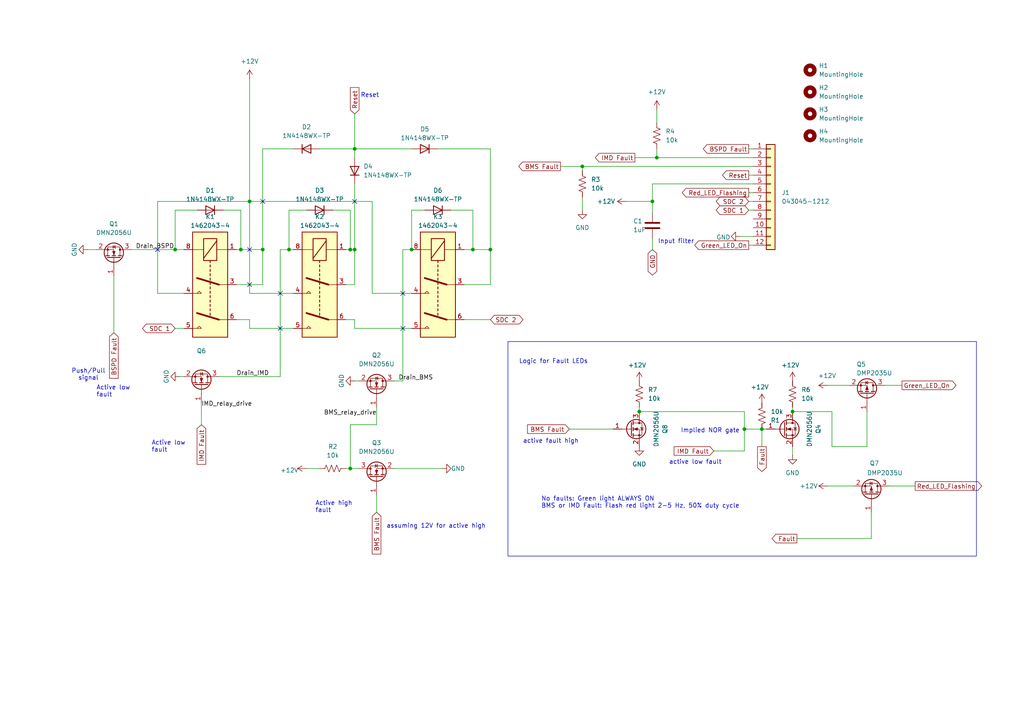
<source format=kicad_sch>
(kicad_sch (version 20231120) (generator "eeschema") (generator_version "8.0")
  (paper "A4")
  (lib_symbols
    (symbol "+12V_2" (power) (pin_names (offset 0))
      (property "Value" "+12V_2" (at 0 3.556 0))
      (symbol "+12V_2_0_1"
        (polyline (pts (xy -0.762 1.27) (xy 0 2.54)))
        (polyline (pts (xy 0 0) (xy 0 2.54)))
        (polyline (pts (xy 0 2.54) (xy 0.762 1.27)))
      )
      (symbol "+12V_2_1_1"
        (pin power_in line (at 0 0 90) (length 0) hide (name "+12V") (number "1"))
      )
    )
    (symbol "+12V_3" (power) (pin_names (offset 0))
      (property "Value" "+12V_3" (at 0 3.556 0))
      (symbol "+12V_3_0_1"
        (polyline (pts (xy -0.762 1.27) (xy 0 2.54)))
        (polyline (pts (xy 0 0) (xy 0 2.54)))
        (polyline (pts (xy 0 2.54) (xy 0.762 1.27)))
      )
      (symbol "+12V_3_1_1"
        (pin power_in line (at 0 0 90) (length 0) hide (name "+12V") (number "1"))
      )
    )
    (symbol "+12V_4" (power) (pin_names (offset 0))
      (property "Value" "+12V_4" (at 0 3.556 0))
      (symbol "+12V_4_0_1"
        (polyline (pts (xy -0.762 1.27) (xy 0 2.54)))
        (polyline (pts (xy 0 0) (xy 0 2.54)))
        (polyline (pts (xy 0 2.54) (xy 0.762 1.27)))
      )
      (symbol "+12V_4_1_1"
        (pin power_in line (at 0 0 90) (length 0) hide (name "+12V") (number "1"))
      )
    )
    (symbol "Connector_Generic:Conn_01x12" (pin_names (offset 1.016) hide)
      (property "Reference" "J" (at 0 15.24 0))
      (property "Value" "Conn_01x12" (at 0 -17.78 0))
      (symbol "Conn_01x12_1_1"
        (rectangle (start -1.27 -15.113) (end 0 -15.367) (stroke (width 0.1524)))
        (rectangle (start -1.27 -12.573) (end 0 -12.827) (stroke (width 0.1524)))
        (rectangle (start -1.27 -10.033) (end 0 -10.287) (stroke (width 0.1524)))
        (rectangle (start -1.27 -7.493) (end 0 -7.747) (stroke (width 0.1524)))
        (rectangle (start -1.27 -4.953) (end 0 -5.207) (stroke (width 0.1524)))
        (rectangle (start -1.27 -2.413) (end 0 -2.667) (stroke (width 0.1524)))
        (rectangle (start -1.27 0.127) (end 0 -0.127) (stroke (width 0.1524)))
        (rectangle (start -1.27 2.667) (end 0 2.413) (stroke (width 0.1524)))
        (rectangle (start -1.27 5.207) (end 0 4.953) (stroke (width 0.1524)))
        (rectangle (start -1.27 7.747) (end 0 7.493) (stroke (width 0.1524)))
        (rectangle (start -1.27 10.287) (end 0 10.033) (stroke (width 0.1524)))
        (rectangle (start -1.27 12.827) (end 0 12.573) (stroke (width 0.1524)))
        (rectangle (start -1.27 13.97) (end 1.27 -16.51) (stroke (width 0.254)) (fill (type background)))
        (pin passive line (at -5.08 12.7 0) (length 3.81) (name "Pin_1") (number "1"))
        (pin passive line (at -5.08 -10.16 0) (length 3.81) (name "Pin_10") (number "10"))
        (pin passive line (at -5.08 -12.7 0) (length 3.81) (name "Pin_11") (number "11"))
        (pin passive line (at -5.08 -15.24 0) (length 3.81) (name "Pin_12") (number "12"))
        (pin passive line (at -5.08 10.16 0) (length 3.81) (name "Pin_2") (number "2"))
        (pin passive line (at -5.08 7.62 0) (length 3.81) (name "Pin_3") (number "3"))
        (pin passive line (at -5.08 5.08 0) (length 3.81) (name "Pin_4") (number "4"))
        (pin passive line (at -5.08 2.54 0) (length 3.81) (name "Pin_5") (number "5"))
        (pin passive line (at -5.08 0 0) (length 3.81) (name "Pin_6") (number "6"))
        (pin passive line (at -5.08 -2.54 0) (length 3.81) (name "Pin_7") (number "7"))
        (pin passive line (at -5.08 -5.08 0) (length 3.81) (name "Pin_8") (number "8"))
        (pin passive line (at -5.08 -7.62 0) (length 3.81) (name "Pin_9") (number "9"))
      )
    )
    (symbol "Device:C" (pin_numbers hide) (pin_names (offset 0.254))
      (property "Reference" "C" (at 0.635 2.54 0))
      (property "Value" "C" (at 0.635 -2.54 0))
      (symbol "C_0_1"
        (polyline (pts (xy -2.032 -0.762) (xy 2.032 -0.762)) (stroke (width 0.508)))
        (polyline (pts (xy -2.032 0.762) (xy 2.032 0.762)) (stroke (width 0.508)))
      )
      (symbol "C_1_1"
        (pin passive line (at 0 3.81 270) (length 2.794) (name "~") (number "1"))
        (pin passive line (at 0 -3.81 90) (length 2.794) (name "~") (number "2"))
      )
    )
    (symbol "Device:R_US" (pin_numbers hide) (pin_names (offset 0))
      (property "Reference" "R" (at 2.54 0 90))
      (property "Value" "R_US" (at -2.54 0 90))
      (symbol "R_US_0_1"
        (polyline (pts (xy 0 -2.286) (xy 0 -2.54)))
        (polyline (pts (xy 0 2.286) (xy 0 2.54)))
        (polyline (pts (xy 0 -0.762) (xy 1.016 -1.143) (xy 0 -1.524) (xy -1.016 -1.905) (xy 0 -2.286)))
        (polyline (pts (xy 0 0.762) (xy 1.016 0.381) (xy 0 0) (xy -1.016 -0.381) (xy 0 -0.762)))
        (polyline (pts (xy 0 2.286) (xy 1.016 1.905) (xy 0 1.524) (xy -1.016 1.143) (xy 0 0.762)))
      )
      (symbol "R_US_1_1"
        (pin passive line (at 0 3.81 270) (length 1.27) (name "~") (number "1"))
        (pin passive line (at 0 -3.81 90) (length 1.27) (name "~") (number "2"))
      )
    )
    (symbol "Diode:1N4148" (pin_numbers hide) (pin_names hide)
      (property "Reference" "D" (at 0 2.54 0))
      (property "Value" "1N4148" (at 0 -2.54 0))
      (symbol "1N4148_0_1"
        (polyline (pts (xy -1.27 1.27) (xy -1.27 -1.27)) (stroke (width 0.254)))
        (polyline (pts (xy 1.27 0) (xy -1.27 0)))
        (polyline (pts (xy 1.27 1.27) (xy 1.27 -1.27) (xy -1.27 0) (xy 1.27 1.27)) (stroke (width 0.254)))
      )
      (symbol "1N4148_1_1"
        (pin passive line (at -3.81 0 0) (length 2.54) (name "K") (number "1"))
        (pin passive line (at 3.81 0 180) (length 2.54) (name "A") (number "2"))
      )
    )
    (symbol "GND_1" (power) (pin_names (offset 0))
      (property "Value" "GND_1" (at 0 -3.81 0))
      (symbol "GND_1_0_1"
        (polyline (pts (xy 0 0) (xy 0 -1.27) (xy 1.27 -1.27) (xy 0 -2.54) (xy -1.27 -1.27) (xy 0 -1.27)))
      )
      (symbol "GND_1_1_1"
        (pin power_in line (at 0 0 270) (length 0) hide (name "GND") (number "1"))
      )
    )
    (symbol "GND_2" (power) (pin_names (offset 0))
      (property "Value" "GND_2" (at 0 -3.81 0))
      (symbol "GND_2_0_1"
        (polyline (pts (xy 0 0) (xy 0 -1.27) (xy 1.27 -1.27) (xy 0 -2.54) (xy -1.27 -1.27) (xy 0 -1.27)))
      )
      (symbol "GND_2_1_1"
        (pin power_in line (at 0 0 270) (length 0) hide (name "GND") (number "1"))
      )
    )
    (symbol "GND_3" (power) (pin_numbers hide) (pin_names (offset 0) hide)
      (property "Value" "GND" (at 0 -3.81 0))
      (symbol "GND_3_0_1"
        (polyline (pts (xy 0 0) (xy 0 -1.27) (xy 1.27 -1.27) (xy 0 -2.54) (xy -1.27 -1.27) (xy 0 -1.27)))
      )
      (symbol "GND_3_1_1"
        (pin power_in line (at 0 0 270) (length 0) (name "~") (number "1"))
      )
    )
    (symbol "GND_4" (power) (pin_names (offset 0))
      (property "Value" "GND_4" (at 0 -3.81 0))
      (symbol "GND_4_0_1"
        (polyline (pts (xy 0 0) (xy 0 -1.27) (xy 1.27 -1.27) (xy 0 -2.54) (xy -1.27 -1.27) (xy 0 -1.27)))
      )
      (symbol "GND_4_1_1"
        (pin power_in line (at 0 0 270) (length 0) hide (name "GND") (number "1"))
      )
    )
    (symbol "GND_6" (power) (pin_names (offset 0))
      (property "Value" "GND_6" (at 0 -3.81 0))
      (symbol "GND_6_0_1"
        (polyline (pts (xy 0 0) (xy 0 -1.27) (xy 1.27 -1.27) (xy 0 -2.54) (xy -1.27 -1.27) (xy 0 -1.27)))
      )
      (symbol "GND_6_1_1"
        (pin power_in line (at 0 0 270) (length 0) hide (name "GND") (number "1"))
      )
    )
    (symbol "Mechanical:MountingHole" (pin_names (offset 1.016)) (exclude_from_sim yes) (in_bom no)
      (property "Reference" "H" (at 0 5.08 0))
      (property "Value" "MountingHole" (at 0 3.175 0))
      (symbol "MountingHole_0_1"
        (circle (center 0 0) (radius 1.27) (stroke (width 1.27)))
      )
    )
    (symbol "RT44xxxx_2"
      (property "Reference" "K4" (at -19.685 0 90))
      (property "Value" "1462043-4" (at -17.145 0 90))
      (symbol "RT44xxxx_2_0_1"
        (rectangle (start -15.24 5.08) (end 15.24 -5.08) (stroke (width 0.254)) (fill (type background)))
        (rectangle (start -13.335 1.905) (end -6.985 -1.905) (stroke (width 0.254)))
        (polyline (pts (xy -12.7 -1.905) (xy -7.62 1.905)) (stroke (width 0.254)))
        (polyline (pts (xy -10.16 -5.08) (xy -10.16 -1.905)))
        (polyline (pts (xy -10.16 5.08) (xy -10.16 1.905)))
        (polyline (pts (xy -6.985 0) (xy -6.35 0)) (stroke (width 0.254)))
        (polyline (pts (xy -5.715 0) (xy -5.08 0)) (stroke (width 0.254)))
        (polyline (pts (xy -4.445 0) (xy -3.81 0)) (stroke (width 0.254)))
        (polyline (pts (xy -3.175 0) (xy -2.54 0)) (stroke (width 0.254)))
        (polyline (pts (xy -1.905 0) (xy -1.27 0)) (stroke (width 0.254)))
        (polyline (pts (xy -0.635 0) (xy 0 0)) (stroke (width 0.254)))
        (polyline (pts (xy 0 -2.54) (xy -1.905 3.81)) (stroke (width 0.508)))
        (polyline (pts (xy 0 -2.54) (xy 0 -5.08)))
        (polyline (pts (xy 0.635 0) (xy 1.27 0)) (stroke (width 0.254)))
        (polyline (pts (xy 1.905 0) (xy 2.54 0)) (stroke (width 0.254)))
        (polyline (pts (xy 3.175 0) (xy 3.81 0)) (stroke (width 0.254)))
        (polyline (pts (xy 4.445 0) (xy 5.08 0)) (stroke (width 0.254)))
        (polyline (pts (xy 5.715 0) (xy 6.35 0)) (stroke (width 0.254)))
        (polyline (pts (xy 6.985 0) (xy 7.62 0)) (stroke (width 0.254)))
        (polyline (pts (xy 8.255 0) (xy 8.89 0)) (stroke (width 0.254)))
        (polyline (pts (xy 10.16 -2.54) (xy 8.255 3.81)) (stroke (width 0.508)))
        (polyline (pts (xy 10.16 -2.54) (xy 10.16 -5.08)))
        (polyline (pts (xy 2.54 5.08) (xy 2.54 2.54) (xy 1.905 3.175) (xy 2.54 3.81)))
        (polyline (pts (xy 12.7 5.08) (xy 12.7 2.54) (xy 12.065 3.175) (xy 12.7 3.81)))
      )
      (symbol "RT44xxxx_2_1_1"
        (pin passive line (at -10.16 -7.62 90) (length 2.54) (name "~") (number "1"))
        (pin passive line (at 0 -7.62 90) (length 2.54) (name "~") (number "3"))
        (pin passive line (at 2.54 7.62 270) (length 2.54) (name "~") (number "4"))
        (pin passive line (at 12.7 7.62 270) (length 2.54) (name "~") (number "5"))
        (pin passive line (at 10.16 -7.62 90) (length 2.54) (name "~") (number "6"))
        (pin passive line (at -10.16 7.62 270) (length 2.54) (name "~") (number "8"))
      )
    )
    (symbol "Transistor_FET:AO3401A" (pin_names hide)
      (property "Reference" "Q" (at 5.08 1.905 0))
      (property "Value" "AO3401A" (at 5.08 0 0))
      (symbol "AO3401A_0_1"
        (polyline (pts (xy 0.254 0) (xy -2.54 0)))
        (polyline (pts (xy 0.254 1.905) (xy 0.254 -1.905)) (stroke (width 0.254)))
        (polyline (pts (xy 0.762 -1.27) (xy 0.762 -2.286)) (stroke (width 0.254)))
        (polyline (pts (xy 0.762 0.508) (xy 0.762 -0.508)) (stroke (width 0.254)))
        (polyline (pts (xy 0.762 2.286) (xy 0.762 1.27)) (stroke (width 0.254)))
        (polyline (pts (xy 2.54 2.54) (xy 2.54 1.778)))
        (polyline (pts (xy 2.54 -2.54) (xy 2.54 0) (xy 0.762 0)))
        (polyline (pts (xy 0.762 1.778) (xy 3.302 1.778) (xy 3.302 -1.778) (xy 0.762 -1.778)))
        (polyline (pts (xy 2.286 0) (xy 1.27 0.381) (xy 1.27 -0.381) (xy 2.286 0)) (fill (type outline)))
        (polyline (pts (xy 2.794 -0.508) (xy 2.921 -0.381) (xy 3.683 -0.381) (xy 3.81 -0.254)))
        (polyline (pts (xy 3.302 -0.381) (xy 2.921 0.254) (xy 3.683 0.254) (xy 3.302 -0.381)))
        (circle (center 1.651 0) (radius 2.794) (stroke (width 0.254)))
        (circle (center 2.54 -1.778) (radius 0.254) (fill (type outline)))
        (circle (center 2.54 1.778) (radius 0.254) (fill (type outline)))
      )
      (symbol "AO3401A_1_1"
        (pin input line (at -5.08 0 0) (length 2.54) (name "G") (number "1"))
        (pin passive line (at 2.54 -5.08 90) (length 2.54) (name "S") (number "2"))
        (pin passive line (at 2.54 5.08 270) (length 2.54) (name "D") (number "3"))
      )
    )
    (symbol "Transistor_FET:DMN2056U" (pin_names hide)
      (property "Reference" "Q" (at 5.08 1.905 0))
      (property "Value" "DMN2056U" (at 5.08 0 0))
      (symbol "DMN2056U_0_1"
        (polyline (pts (xy 0.254 0) (xy -2.54 0)))
        (polyline (pts (xy 0.254 1.905) (xy 0.254 -1.905)) (stroke (width 0.254)))
        (polyline (pts (xy 0.762 -1.27) (xy 0.762 -2.286)) (stroke (width 0.254)))
        (polyline (pts (xy 0.762 0.508) (xy 0.762 -0.508)) (stroke (width 0.254)))
        (polyline (pts (xy 0.762 2.286) (xy 0.762 1.27)) (stroke (width 0.254)))
        (polyline (pts (xy 2.54 2.54) (xy 2.54 1.778)))
        (polyline (pts (xy 2.54 -2.54) (xy 2.54 0) (xy 0.762 0)))
        (polyline (pts (xy 0.762 -1.778) (xy 3.302 -1.778) (xy 3.302 1.778) (xy 0.762 1.778)))
        (polyline (pts (xy 1.016 0) (xy 2.032 0.381) (xy 2.032 -0.381) (xy 1.016 0)) (fill (type outline)))
        (polyline (pts (xy 2.794 0.508) (xy 2.921 0.381) (xy 3.683 0.381) (xy 3.81 0.254)))
        (polyline (pts (xy 3.302 0.381) (xy 2.921 -0.254) (xy 3.683 -0.254) (xy 3.302 0.381)))
        (circle (center 1.651 0) (radius 2.794) (stroke (width 0.254)))
        (circle (center 2.54 -1.778) (radius 0.254) (fill (type outline)))
        (circle (center 2.54 1.778) (radius 0.254) (fill (type outline)))
      )
      (symbol "DMN2056U_1_1"
        (pin input line (at -5.08 0 0) (length 2.54) (name "G") (number "1"))
        (pin passive line (at 2.54 -5.08 90) (length 2.54) (name "S") (number "2"))
        (pin passive line (at 2.54 5.08 270) (length 2.54) (name "D") (number "3"))
      )
    )
  )
  (junction (at 215.9 124.46))
  (junction (at 83.82 72.39))
  (junction (at 102.87 43.18))
  (junction (at 102.87 72.39))
  (junction (at 185.42 119.38))
  (junction (at 142.24 72.39))
  (junction (at 72.39 58.42))
  (junction (at 220.98 124.46))
  (junction (at 101.6 72.39))
  (junction (at 190.5 45.72))
  (junction (at 101.6 135.89))
  (junction (at 229.87 119.38))
  (junction (at 50.8 72.39))
  (junction (at 168.91 48.26))
  (junction (at 69.85 72.39))
  (junction (at 137.16 72.39))
  (junction (at 76.2 72.39))
  (junction (at 119.38 72.39))
  (junction (at 189.23 58.42))
  (no_connect (at 72.39 82.55))
  (no_connect (at 81.28 85.09))
  (no_connect (at 116.84 85.09))
  (no_connect (at 76.2 58.42))
  (no_connect (at 45.72 72.39))
  (no_connect (at 72.39 72.39))
  (no_connect (at 81.28 95.25))
  (no_connect (at 116.84 95.25))
  (no_connect (at 102.87 58.42))
  (wire (pts (xy 142.24 43.18) (xy 142.24 72.39)))
  (wire (pts (xy 102.87 53.34) (xy 102.87 72.39)))
  (wire (pts (xy 190.5 45.72) (xy 218.44 45.72)))
  (wire (pts (xy 100.33 82.55) (xy 102.87 82.55)))
  (wire (pts (xy 102.87 43.18) (xy 102.87 45.72)))
  (wire (pts (xy 127 43.18) (xy 142.24 43.18)))
  (wire (pts (xy 116.84 110.49) (xy 114.3 110.49)))
  (wire (pts (xy 251.46 119.38) (xy 251.46 129.54)))
  (wire (pts (xy 101.6 72.39) (xy 100.33 72.39)))
  (wire (pts (xy 72.39 22.86) (xy 72.39 58.42)))
  (wire (pts (xy 101.6 123.19) (xy 109.22 123.19)))
  (wire (pts (xy 116.84 72.39) (xy 116.84 110.49)))
  (wire (pts (xy 69.85 60.96) (xy 69.85 72.39)))
  (wire (pts (xy 64.77 60.96) (xy 69.85 60.96)))
  (wire (pts (xy 83.82 60.96) (xy 83.82 72.39)))
  (wire (pts (xy 109.22 123.19) (xy 109.22 118.11)))
  (wire (pts (xy 68.58 82.55) (xy 76.2 82.55)))
  (wire (pts (xy 72.39 58.42) (xy 45.72 58.42)))
  (wire (pts (xy 217.17 58.42) (xy 218.44 58.42)))
  (wire (pts (xy 137.16 60.96) (xy 137.16 72.39)))
  (wire (pts (xy 102.87 110.49) (xy 104.14 110.49)))
  (wire (pts (xy 116.84 72.39) (xy 119.38 72.39)))
  (wire (pts (xy 142.24 82.55) (xy 142.24 72.39)))
  (wire (pts (xy 215.9 124.46) (xy 215.9 130.81)))
  (wire (pts (xy 185.42 118.11) (xy 185.42 119.38)))
  (wire (pts (xy 189.23 53.34) (xy 218.44 53.34)))
  (wire (pts (xy 102.87 43.18) (xy 119.38 43.18)))
  (wire (pts (xy 52.07 109.22) (xy 53.34 109.22)))
  (wire (pts (xy 181.61 58.42) (xy 189.23 58.42)))
  (wire (pts (xy 252.73 148.59) (xy 252.73 156.21)))
  (wire (pts (xy 240.03 140.97) (xy 247.65 140.97)))
  (wire (pts (xy 134.62 92.71) (xy 142.24 92.71)))
  (wire (pts (xy 33.02 80.01) (xy 33.02 96.52)))
  (wire (pts (xy 81.28 72.39) (xy 81.28 109.22)))
  (wire (pts (xy 190.5 43.18) (xy 190.5 45.72)))
  (wire (pts (xy 257.81 140.97) (xy 265.43 140.97)))
  (wire (pts (xy 102.87 33.02) (xy 102.87 43.18)))
  (wire (pts (xy 130.81 60.96) (xy 137.16 60.96)))
  (wire (pts (xy 102.87 72.39) (xy 101.6 72.39)))
  (wire (pts (xy 50.8 95.25) (xy 53.34 95.25)))
  (wire (pts (xy 69.85 72.39) (xy 68.58 72.39)))
  (wire (pts (xy 190.5 31.75) (xy 190.5 35.56)))
  (wire (pts (xy 100.33 92.71) (xy 102.87 92.71)))
  (wire (pts (xy 165.1 124.46) (xy 177.8 124.46)))
  (wire (pts (xy 220.98 124.46) (xy 215.9 124.46)))
  (wire (pts (xy 241.3 119.38) (xy 241.3 129.54)))
  (wire (pts (xy 88.9 60.96) (xy 83.82 60.96)))
  (wire (pts (xy 220.98 129.54) (xy 220.98 124.46)))
  (wire (pts (xy 240.03 111.76) (xy 246.38 111.76)))
  (wire (pts (xy 100.33 135.89) (xy 101.6 135.89)))
  (wire (pts (xy 63.5 109.22) (xy 81.28 109.22)))
  (wire (pts (xy 45.72 85.09) (xy 53.34 85.09)))
  (wire (pts (xy 101.6 135.89) (xy 104.14 135.89)))
  (wire (pts (xy 83.82 72.39) (xy 85.09 72.39)))
  (wire (pts (xy 102.87 95.25) (xy 119.38 95.25)))
  (wire (pts (xy 81.28 72.39) (xy 83.82 72.39)))
  (wire (pts (xy 185.42 119.38) (xy 215.9 119.38)))
  (wire (pts (xy 229.87 118.11) (xy 229.87 119.38)))
  (wire (pts (xy 76.2 82.55) (xy 76.2 72.39)))
  (wire (pts (xy 184.15 45.72) (xy 190.5 45.72)))
  (wire (pts (xy 168.91 48.26) (xy 168.91 49.53)))
  (wire (pts (xy 231.14 156.21) (xy 252.73 156.21)))
  (wire (pts (xy 72.39 58.42) (xy 107.95 58.42)))
  (wire (pts (xy 101.6 123.19) (xy 101.6 135.89)))
  (wire (pts (xy 217.17 43.18) (xy 218.44 43.18)))
  (wire (pts (xy 72.39 95.25) (xy 85.09 95.25)))
  (wire (pts (xy 72.39 92.71) (xy 68.58 92.71)))
  (wire (pts (xy 76.2 43.18) (xy 76.2 72.39)))
  (wire (pts (xy 72.39 85.09) (xy 85.09 85.09)))
  (wire (pts (xy 137.16 72.39) (xy 134.62 72.39)))
  (wire (pts (xy 217.17 55.88) (xy 218.44 55.88)))
  (wire (pts (xy 229.87 129.54) (xy 229.87 132.08)))
  (wire (pts (xy 220.98 124.46) (xy 222.25 124.46)))
  (wire (pts (xy 189.23 58.42) (xy 189.23 53.34)))
  (wire (pts (xy 119.38 60.96) (xy 119.38 72.39)))
  (wire (pts (xy 256.54 111.76) (xy 261.62 111.76)))
  (wire (pts (xy 107.95 58.42) (xy 107.95 85.09)))
  (wire (pts (xy 38.1 72.39) (xy 50.8 72.39)))
  (wire (pts (xy 217.17 50.8) (xy 218.44 50.8)))
  (wire (pts (xy 241.3 129.54) (xy 251.46 129.54)))
  (wire (pts (xy 57.15 60.96) (xy 50.8 60.96)))
  (wire (pts (xy 72.39 58.42) (xy 72.39 85.09)))
  (wire (pts (xy 109.22 143.51) (xy 109.22 148.59)))
  (wire (pts (xy 207.01 130.81) (xy 215.9 130.81)))
  (wire (pts (xy 85.09 43.18) (xy 76.2 43.18)))
  (wire (pts (xy 168.91 48.26) (xy 218.44 48.26)))
  (wire (pts (xy 45.72 58.42) (xy 45.72 85.09)))
  (wire (pts (xy 189.23 58.42) (xy 189.23 61.595)))
  (wire (pts (xy 217.17 60.96) (xy 218.44 60.96)))
  (wire (pts (xy 101.6 60.96) (xy 101.6 72.39)))
  (wire (pts (xy 114.3 135.89) (xy 128.27 135.89)))
  (wire (pts (xy 58.42 116.84) (xy 58.42 123.19)))
  (wire (pts (xy 217.17 71.12) (xy 218.44 71.12)))
  (wire (pts (xy 102.87 43.18) (xy 92.71 43.18)))
  (wire (pts (xy 107.95 85.09) (xy 119.38 85.09)))
  (wire (pts (xy 96.52 60.96) (xy 101.6 60.96)))
  (wire (pts (xy 214.63 68.58) (xy 218.44 68.58)))
  (wire (pts (xy 123.19 60.96) (xy 119.38 60.96)))
  (wire (pts (xy 88.9 135.89) (xy 92.71 135.89)))
  (wire (pts (xy 72.39 92.71) (xy 72.39 95.25)))
  (wire (pts (xy 76.2 72.39) (xy 69.85 72.39)))
  (wire (pts (xy 142.24 72.39) (xy 137.16 72.39)))
  (wire (pts (xy 50.8 60.96) (xy 50.8 72.39)))
  (wire (pts (xy 102.87 82.55) (xy 102.87 72.39)))
  (wire (pts (xy 134.62 82.55) (xy 142.24 82.55)))
  (wire (pts (xy 50.8 72.39) (xy 53.34 72.39)))
  (wire (pts (xy 102.87 92.71) (xy 102.87 95.25)))
  (wire (pts (xy 168.91 57.15) (xy 168.91 60.96)))
  (wire (pts (xy 25.4 72.39) (xy 27.94 72.39)))
  (wire (pts (xy 229.87 119.38) (xy 241.3 119.38)))
  (wire (pts (xy 162.56 48.26) (xy 168.91 48.26)))
  (wire (pts (xy 215.9 119.38) (xy 215.9 124.46)))
  (wire (pts (xy 189.23 69.215) (xy 189.23 72.39)))
  (rectangle (start 147.32 99.06) (end 283.21 161.29))
  (text "Implied NOR gate" (at 205.994 124.968 0) (effects (font (size 1.27 1.27))))
  (text "Reset\n" (at 109.982 28.448 0) (effects (font (size 1.27 1.27)) (justify right bottom)))
  (text "Push/Pull\nsignal" (at 25.654 108.712 0) (effects (font (size 1.27 1.27))))
  (text "Logic for Fault LEDs" (at 160.528 104.902 0) (effects (font (size 1.27 1.27))))
  (text "Active high\nfault\n" (at 91.44 148.844 0) (effects (font (size 1.27 1.27)) (justify left bottom)))
  (text "active low fault" (at 201.676 134.112 0) (effects (font (size 1.27 1.27))))
  (text "Active low \nfault" (at 27.94 115.316 0) (effects (font (size 1.27 1.27)) (justify left bottom)))
  (text "Input filter" (at 196.088 70.104 0) (effects (font (size 1.27 1.27))))
  (text "Active low\nfault" (at 43.942 131.318 0) (effects (font (size 1.27 1.27)) (justify left bottom)))
  (text "active fault high" (at 159.766 128.016 0) (effects (font (size 1.27 1.27))))
  (text "assuming 12V for active high\n" (at 126.492 152.654 0) (effects (font (size 1.27 1.27))))
  (text "No faults: Green light ALWAYS ON\nBMS or IMD Fault: Flash red light 2-5 Hz, 50% duty cycle" (at 156.972 145.796 0) (effects (font (size 1.27 1.27)) (justify left)))
  (label "Drain_BMS" (at 115.57 110.49 0))
  (label "IMD_relay_drive" (at 58.42 118.11 0))
  (label "BMS_relay_drive" (at 109.22 120.65 180))
  (label "Drain_BSPD" (at 39.37 72.39 0))
  (label "Drain_IMD" (at 68.58 109.22 0))
  (global_label "IMD Fault" (shape input) (at 207.01 130.81 180) (property "Intersheetrefs" "${INTERSHEET_REFS}" (effects (hide yes))))
  (global_label "Green_LED_On" (shape output) (at 261.62 111.76 0) (property "Intersheetrefs" "${INTERSHEET_REFS}" (effects (hide yes))))
  (global_label "Green_LED_On" (shape output) (at 217.17 71.12 180) (property "Intersheetrefs" "${INTERSHEET_REFS}" (effects (hide yes))))
  (global_label "IMD Fault" (shape output) (at 184.15 45.72 180) (property "Intersheetrefs" "${INTERSHEET_REFS}" (effects (hide yes))))
  (global_label "Fault" (shape output) (at 231.14 156.21 180) (property "Intersheetrefs" "${INTERSHEET_REFS}" (effects (hide yes))))
  (global_label "IMD Fault" (shape input) (at 58.42 123.19 270) (property "Intersheetrefs" "${INTERSHEET_REFS}" (effects (hide yes))))
  (global_label "BMS Fault" (shape input) (at 109.22 148.59 270) (property "Intersheetrefs" "${INTERSHEET_REFS}" (effects (hide yes))))
  (global_label "GND" (shape bidirectional) (at 189.23 72.39 270) (property "Intersheetrefs" "${INTERSHEET_REFS}" (effects (hide yes))))
  (global_label "BSPD Fault" (shape input) (at 33.02 96.52 270) (property "Intersheetrefs" "${INTERSHEET_REFS}" (effects (hide yes))))
  (global_label "Reset" (shape output) (at 217.17 50.8 180) (property "Intersheetrefs" "${INTERSHEET_REFS}" (effects (hide yes))))
  (global_label "SDC 2" (shape bidirectional) (at 142.24 92.71 0) (property "Intersheetrefs" "${INTERSHEET_REFS}" (effects (hide yes))))
  (global_label "Red_LED_Flashing" (shape output) (at 265.43 140.97 0) (property "Intersheetrefs" "${INTERSHEET_REFS}" (effects (hide yes))))
  (global_label "SDC 1" (shape bidirectional) (at 217.17 60.96 180) (property "Intersheetrefs" "${INTERSHEET_REFS}" (effects (hide yes))))
  (global_label "Reset" (shape input) (at 102.87 33.02 90) (property "Intersheetrefs" "${INTERSHEET_REFS}" (effects (hide yes))))
  (global_label "Red_LED_Flashing" (shape output) (at 217.17 55.88 180) (property "Intersheetrefs" "${INTERSHEET_REFS}" (effects (hide yes))))
  (global_label "BMS Fault" (shape input) (at 165.1 124.46 180) (property "Intersheetrefs" "${INTERSHEET_REFS}" (effects (hide yes))))
  (global_label "BSPD Fault" (shape output) (at 217.17 43.18 180) (property "Intersheetrefs" "${INTERSHEET_REFS}" (effects (hide yes))))
  (global_label "SDC 1" (shape bidirectional) (at 50.8 95.25 180) (property "Intersheetrefs" "${INTERSHEET_REFS}" (effects (hide yes))))
  (global_label "BMS Fault" (shape output) (at 162.56 48.26 180) (property "Intersheetrefs" "${INTERSHEET_REFS}" (effects (hide yes))))
  (global_label "Fault" (shape output) (at 220.98 129.54 270) (property "Intersheetrefs" "${INTERSHEET_REFS}" (effects (hide yes))))
  (global_label "SDC 2" (shape bidirectional) (at 217.17 58.42 180) (property "Intersheetrefs" "${INTERSHEET_REFS}" (effects (hide yes))))
  (symbol (lib_name "+12V_2") (lib_id "power:+12V") (at 88.9 135.89 90) (unit 1)
    (property "Reference" "#PWR08" (effects (hide yes)))
    (property "Value" "+12V" (at 81.28 136.398 90) (effects (justify right)))
  )
  (symbol (lib_id "Transistor_FET:AO3401A") (at 251.46 114.3 270) (mirror x) (unit 1)
    (property "Reference" "Q5" (at 248.412 105.664 90) (effects (justify left)))
    (property "Value" "DMP2035U" (at 248.412 108.204 90) (effects (justify left)))
    (property "Footprint" "Package_TO_SOT_SMD:SOT-23" (effects (hide yes)))
    (property "Datasheet" "http://www.aosmd.com/pdfs/datasheet/AO3401A.pdf" (effects (hide yes)))
    (property "Description" "-4.0A Id, -30V Vds, P-Channel MOSFET, SOT-23" (effects (hide yes)))
  )
  (symbol (lib_name "GND_6") (lib_id "power:GND") (at 102.87 110.49 270) (unit 1)
    (property "Reference" "#PWR010" (effects (hide yes)))
    (property "Value" "GND" (at 99.06 110.49 0))
  )
  (symbol (lib_id "Diode:1N4148") (at 102.87 49.53 90) (unit 1)
    (property "Reference" "D4" (at 105.41 48.2599 90) (effects (justify right)))
    (property "Value" "1N4148WX-TP" (at 105.41 50.7999 90) (effects (justify right)))
    (property "Footprint" "Diode_SMD:D_SOD-323" (effects (hide yes)))
    (property "Datasheet" "https://assets.nexperia.com/documents/data-sheet/1N4148_1N4448.pdf" (effects (hide yes)))
    (property "Sim.Device" "D" (effects (hide yes)))
    (property "Sim.Pins" "1=K 2=A" (effects (hide yes)))
  )
  (symbol (lib_id "Transistor_FET:DMN2056U") (at 109.22 138.43 90) (unit 1)
    (property "Reference" "Q3" (at 109.22 128.4385 90))
    (property "Value" "DMN2056U" (at 109.22 130.9785 90))
    (property "Footprint" "Package_TO_SOT_SMD:SOT-23" (effects (hide yes)))
    (property "Datasheet" "http://www.diodes.com/assets/Datasheets/DMN2056U.pdf" (effects (hide yes)))
    (property "Description" "4A Id, 20V Vds, N-Channel MOSFET, SOT-23" (effects (hide yes)))
  )
  (symbol (lib_id "Device:R_US") (at 168.91 53.34 0) (unit 1)
    (property "Reference" "R3" (at 171.45 52.0699 0) (effects (justify left)))
    (property "Value" "10k" (at 171.45 54.6099 0) (effects (justify left)))
    (property "Footprint" "Resistor_SMD:R_0805_2012Metric_Pad1.20x1.40mm_HandSolder" (effects (hide yes)))
  )
  (symbol (lib_id "Diode:1N4148") (at 92.71 60.96 180) (unit 1)
    (property "Reference" "D3" (at 92.71 55.245 0))
    (property "Value" "1N4148WX-TP" (at 92.71 57.785 0))
    (property "Footprint" "Diode_SMD:D_SOD-323" (effects (hide yes)))
    (property "Datasheet" "https://assets.nexperia.com/documents/data-sheet/1N4148_1N4448.pdf" (effects (hide yes)))
    (property "Sim.Device" "D" (effects (hide yes)))
    (property "Sim.Pins" "1=K 2=A" (effects (hide yes)))
  )
  (symbol (lib_name "GND_6") (lib_id "power:GND") (at 128.27 135.89 90) (unit 1)
    (property "Reference" "#PWR013" (effects (hide yes)))
    (property "Value" "GND" (at 132.842 135.89 90))
  )
  (symbol (lib_name "RT44xxxx_2") (lib_id "Relay:RT44xxxx") (at 60.96 82.55 90) (mirror x) (unit 1)
    (property "Reference" "K1" (at 60.96 62.865 90))
    (property "Value" "1462043-4" (at 60.96 65.405 90))
    (property "Footprint" "Relay_SMD:Relay_DPDT_AXICOM_IMSeries_JLeg" (effects (hide yes)))
    (property "Datasheet" "http://www.te.com/commerce/DocumentDelivery/DDEController?Action=showdoc&DocId=Data+Sheet%7FRT2%7F1014%7Fpdf%7FEnglish%7FENG_DS_RT2_1014.pdf%7F6-1393243-3" (effects (hide yes)))
  )
  (symbol (lib_name "+12V_2") (lib_id "power:+12V") (at 240.03 140.97 90) (unit 1)
    (property "Reference" "#PWR011" (effects (hide yes)))
    (property "Value" "+12V" (at 231.902 140.97 90) (effects (justify right)))
  )
  (symbol (lib_id "Mechanical:MountingHole") (at 234.95 39.37 0) (unit 1) (exclude_from_sim yes) (in_bom no)
    (property "Reference" "H4" (at 237.49 38.0999 0) (effects (justify left)))
    (property "Value" "MountingHole" (at 237.49 40.6399 0) (effects (justify left)))
    (property "Footprint" "MountingHole:MountingHole_4.3mm_M4" (effects (hide yes)))
    (property "Description" "Mounting Hole without connection" (effects (hide yes)))
  )
  (symbol (lib_id "Transistor_FET:DMN2056U") (at 33.02 74.93 270) (mirror x) (unit 1)
    (property "Reference" "Q1" (at 33.02 64.9385 90))
    (property "Value" "DMN2056U" (at 33.02 67.4785 90))
    (property "Footprint" "Package_TO_SOT_SMD:SOT-23" (effects (hide yes)))
    (property "Datasheet" "http://www.diodes.com/assets/Datasheets/DMN2056U.pdf" (effects (hide yes)))
    (property "Description" "4A Id, 20V Vds, N-Channel MOSFET, SOT-23" (effects (hide yes)))
  )
  (symbol (lib_id "Device:R_US") (at 229.87 114.3 0) (unit 1)
    (property "Reference" "R6" (at 232.41 113.0299 0) (effects (justify left)))
    (property "Value" "10k" (at 232.41 115.5699 0) (effects (justify left)))
    (property "Footprint" "Resistor_SMD:R_0805_2012Metric_Pad1.20x1.40mm_HandSolder" (effects (hide yes)))
  )
  (symbol (lib_id "Diode:1N4148") (at 60.96 60.96 180) (unit 1)
    (property "Reference" "D1" (at 60.96 55.245 0))
    (property "Value" "1N4148WX-TP" (at 60.96 57.785 0))
    (property "Footprint" "Diode_SMD:D_SOD-323" (effects (hide yes)))
    (property "Datasheet" "https://assets.nexperia.com/documents/data-sheet/1N4148_1N4448.pdf" (effects (hide yes)))
    (property "Sim.Device" "D" (effects (hide yes)))
    (property "Sim.Pins" "1=K 2=A" (effects (hide yes)))
  )
  (symbol (lib_id "Device:R_US") (at 220.98 120.65 0) (mirror x) (unit 1)
    (property "Reference" "R1" (at 223.52 121.9201 0) (effects (justify left)))
    (property "Value" "10k" (at 223.52 119.3801 0) (effects (justify left)))
    (property "Footprint" "Resistor_SMD:R_0805_2012Metric_Pad1.20x1.40mm_HandSolder" (effects (hide yes)))
  )
  (symbol (lib_id "Diode:1N4148") (at 123.19 43.18 180) (unit 1)
    (property "Reference" "D5" (at 123.19 37.465 0))
    (property "Value" "1N4148WX-TP" (at 123.19 40.005 0))
    (property "Footprint" "Diode_SMD:D_SOD-323" (effects (hide yes)))
    (property "Datasheet" "https://assets.nexperia.com/documents/data-sheet/1N4148_1N4448.pdf" (effects (hide yes)))
    (property "Sim.Device" "D" (effects (hide yes)))
    (property "Sim.Pins" "1=K 2=A" (effects (hide yes)))
  )
  (symbol (lib_name "RT44xxxx_2") (lib_id "Relay:RT44xxxx") (at 127 82.55 90) (mirror x) (unit 1)
    (property "Reference" "K3" (at 127 62.865 90))
    (property "Value" "1462043-4" (at 127 65.405 90))
    (property "Footprint" "Relay_SMD:Relay_DPDT_AXICOM_IMSeries_JLeg" (effects (hide yes)))
    (property "Datasheet" "http://www.te.com/commerce/DocumentDelivery/DDEController?Action=showdoc&DocId=Data+Sheet%7FRT2%7F1014%7Fpdf%7FEnglish%7FENG_DS_RT2_1014.pdf%7F6-1393243-3" (effects (hide yes)))
  )
  (symbol (lib_id "Device:C") (at 189.23 65.405 0) (unit 1)
    (property "Reference" "C1" (at 183.642 64.135 0) (effects (justify left)))
    (property "Value" "1uF" (at 183.642 66.675 0) (effects (justify left)))
    (property "Footprint" "Capacitor_SMD:C_0805_2012Metric_Pad1.18x1.45mm_HandSolder" (effects (hide yes)))
    (property "Description" "Unpolarized capacitor" (effects (hide yes)))
  )
  (symbol (lib_name "+12V_2") (lib_id "power:+12V") (at 240.03 111.76 90) (unit 1)
    (property "Reference" "#PWR06" (effects (hide yes)))
    (property "Value" "+12V" (at 237.236 108.966 90) (effects (justify right)))
  )
  (symbol (lib_id "Mechanical:MountingHole") (at 234.95 33.02 0) (unit 1) (exclude_from_sim yes) (in_bom no)
    (property "Reference" "H3" (at 237.49 31.7499 0) (effects (justify left)))
    (property "Value" "MountingHole" (at 237.49 34.2899 0) (effects (justify left)))
    (property "Footprint" "MountingHole:MountingHole_4.3mm_M4" (effects (hide yes)))
    (property "Description" "Mounting Hole without connection" (effects (hide yes)))
  )
  (symbol (lib_name "+12V_4") (lib_id "power:+12V") (at 72.39 22.86 0) (unit 1)
    (property "Reference" "#PWR05" (effects (hide yes)))
    (property "Value" "+12V" (at 72.39 17.78 0))
  )
  (symbol (lib_id "Transistor_FET:DMN2056U") (at 227.33 124.46 0) (unit 1)
    (property "Reference" "Q4" (at 237.3215 124.46 90))
    (property "Value" "DMN2056U" (at 234.7815 124.46 90))
    (property "Footprint" "Package_TO_SOT_SMD:SOT-23" (effects (hide yes)))
    (property "Datasheet" "http://www.diodes.com/assets/Datasheets/DMN2056U.pdf" (effects (hide yes)))
    (property "Description" "4A Id, 20V Vds, N-Channel MOSFET, SOT-23" (effects (hide yes)))
  )
  (symbol (lib_id "Transistor_FET:DMN2056U") (at 109.22 113.03 270) (mirror x) (unit 1)
    (property "Reference" "Q2" (at 109.22 103.0385 90))
    (property "Value" "DMN2056U" (at 109.22 105.5785 90))
    (property "Footprint" "Package_TO_SOT_SMD:SOT-23" (effects (hide yes)))
    (property "Datasheet" "http://www.diodes.com/assets/Datasheets/DMN2056U.pdf" (effects (hide yes)))
    (property "Description" "4A Id, 20V Vds, N-Channel MOSFET, SOT-23" (effects (hide yes)))
  )
  (symbol (lib_id "Diode:1N4148") (at 88.9 43.18 0) (unit 1)
    (property "Reference" "D2" (at 88.9 36.83 0))
    (property "Value" "1N4148WX-TP" (at 88.9 39.37 0))
    (property "Footprint" "Diode_SMD:D_SOD-323" (effects (hide yes)))
    (property "Datasheet" "https://assets.nexperia.com/documents/data-sheet/1N4148_1N4448.pdf" (effects (hide yes)))
    (property "Sim.Device" "D" (effects (hide yes)))
    (property "Sim.Pins" "1=K 2=A" (effects (hide yes)))
  )
  (symbol (lib_name "GND_3") (lib_id "power:GND") (at 229.87 132.08 0) (unit 1)
    (property "Reference" "#PWR022" (effects (hide yes)))
    (property "Value" "GND" (at 229.87 137.16 0))
    (property "Description" "Power symbol creates a global label with name \"GND\" , ground" (effects (hide yes)))
  )
  (symbol (lib_name "GND_1") (lib_id "power:GND") (at 25.4 72.39 270) (unit 1)
    (property "Reference" "#PWR01" (effects (hide yes)))
    (property "Value" "GND" (at 21.59 72.39 0))
  )
  (symbol (lib_name "+12V_3") (lib_id "power:+12V") (at 190.5 31.75 0) (unit 1)
    (property "Reference" "#PWR019" (effects (hide yes)))
    (property "Value" "+12V" (at 190.5 26.67 0))
  )
  (symbol (lib_name "+12V_2") (lib_id "power:+12V") (at 220.98 116.84 0) (unit 1)
    (property "Reference" "#PWR02" (effects (hide yes)))
    (property "Value" "+12V" (at 223.012 112.268 0) (effects (justify right)))
  )
  (symbol (lib_name "+12V_2") (lib_id "power:+12V") (at 185.42 110.49 0) (unit 1)
    (property "Reference" "#PWR07" (effects (hide yes)))
    (property "Value" "+12V" (at 187.452 105.918 0) (effects (justify right)))
  )
  (symbol (lib_id "Device:R_US") (at 190.5 39.37 0) (unit 1)
    (property "Reference" "R4" (at 193.04 38.0999 0) (effects (justify left)))
    (property "Value" "10k" (at 193.04 40.6399 0) (effects (justify left)))
    (property "Footprint" "Resistor_SMD:R_0805_2012Metric_Pad1.20x1.40mm_HandSolder" (effects (hide yes)))
  )
  (symbol (lib_id "Transistor_FET:DMN2056U") (at 58.42 111.76 270) (mirror x) (unit 1)
    (property "Reference" "Q6" (at 58.42 101.7685 90))
    (property "Value" "DMN2056U" (effects (hide yes)))
    (property "Footprint" "Package_TO_SOT_SMD:SOT-23" (effects (hide yes)))
    (property "Datasheet" "http://www.diodes.com/assets/Datasheets/DMN2056U.pdf" (effects (hide yes)))
    (property "Description" "4A Id, 20V Vds, N-Channel MOSFET, SOT-23" (effects (hide yes)))
  )
  (symbol (lib_id "Device:R_US") (at 185.42 114.3 0) (unit 1)
    (property "Reference" "R7" (at 187.96 113.0299 0) (effects (justify left)))
    (property "Value" "10k" (at 187.96 115.5699 0) (effects (justify left)))
    (property "Footprint" "Resistor_SMD:R_0805_2012Metric_Pad1.20x1.40mm_HandSolder" (effects (hide yes)))
  )
  (symbol (lib_name "GND_4") (lib_id "power:GND") (at 214.63 68.58 270) (unit 1)
    (property "Reference" "#PWR015" (effects (hide yes)))
    (property "Value" "GND" (at 209.804 68.834 90))
  )
  (symbol (lib_id "Mechanical:MountingHole") (at 234.95 26.67 0) (unit 1) (exclude_from_sim yes) (in_bom no)
    (property "Reference" "H2" (at 237.49 25.3999 0) (effects (justify left)))
    (property "Value" "MountingHole" (at 237.49 27.9399 0) (effects (justify left)))
    (property "Footprint" "MountingHole:MountingHole_4.3mm_M4" (effects (hide yes)))
    (property "Description" "Mounting Hole without connection" (effects (hide yes)))
  )
  (symbol (lib_id "Transistor_FET:AO3401A") (at 252.73 143.51 270) (mirror x) (unit 1)
    (property "Reference" "Q7" (at 252.222 134.366 90) (effects (justify left)))
    (property "Value" "DMP2035U" (at 251.4601 137.16 90) (effects (justify left)))
    (property "Footprint" "Package_TO_SOT_SMD:SOT-23" (effects (hide yes)))
    (property "Datasheet" "http://www.aosmd.com/pdfs/datasheet/AO3401A.pdf" (effects (hide yes)))
    (property "Description" "-4.0A Id, -30V Vds, P-Channel MOSFET, SOT-23" (effects (hide yes)))
  )
  (symbol (lib_id "Mechanical:MountingHole") (at 234.95 20.32 0) (unit 1) (exclude_from_sim yes) (in_bom no)
    (property "Reference" "H1" (at 237.49 19.0499 0) (effects (justify left)))
    (property "Value" "MountingHole" (at 237.49 21.5899 0) (effects (justify left)))
    (property "Footprint" "MountingHole:MountingHole_4.3mm_M4" (effects (hide yes)))
    (property "Description" "Mounting Hole without connection" (effects (hide yes)))
  )
  (symbol (lib_name "GND_3") (lib_id "power:GND") (at 168.91 60.96 0) (unit 1)
    (property "Reference" "#PWR018" (effects (hide yes)))
    (property "Value" "GND" (at 168.91 66.04 0))
    (property "Description" "Power symbol creates a global label with name \"GND\" , ground" (effects (hide yes)))
  )
  (symbol (lib_name "+12V_3") (lib_id "power:+12V") (at 181.61 58.42 90) (unit 1)
    (property "Reference" "#PWR014" (effects (hide yes)))
    (property "Value" "+12V" (at 178.435 58.42 90) (effects (justify left)))
  )
  (symbol (lib_id "Connector_Generic:Conn_01x12") (at 223.52 55.88 0) (unit 1)
    (property "Reference" "J1" (at 226.695 55.88 0) (effects (justify left)))
    (property "Value" "043045-1212" (at 226.695 58.42 0) (effects (justify left)))
    (property "Footprint" "Connector_Molex:Molex_Micro-Fit_3.0_43045-1212_2x06_P3.00mm_Vertical" (effects (hide yes)))
  )
  (symbol (lib_id "Transistor_FET:DMN2056U") (at 182.88 124.46 0) (unit 1)
    (property "Reference" "Q8" (at 192.8715 124.46 90))
    (property "Value" "DMN2056U" (at 190.3315 124.46 90))
    (property "Footprint" "Package_TO_SOT_SMD:SOT-23" (effects (hide yes)))
    (property "Datasheet" "http://www.diodes.com/assets/Datasheets/DMN2056U.pdf" (effects (hide yes)))
    (property "Description" "4A Id, 20V Vds, N-Channel MOSFET, SOT-23" (effects (hide yes)))
  )
  (symbol (lib_name "RT44xxxx_2") (lib_id "Relay:RT44xxxx") (at 92.71 82.55 90) (mirror x) (unit 1)
    (property "Reference" "K2" (at 92.71 62.865 90))
    (property "Value" "1462043-4" (at 92.71 65.405 90))
    (property "Footprint" "Relay_SMD:Relay_DPDT_AXICOM_IMSeries_JLeg" (effects (hide yes)))
    (property "Datasheet" "http://www.te.com/commerce/DocumentDelivery/DDEController?Action=showdoc&DocId=Data+Sheet%7FRT2%7F1014%7Fpdf%7FEnglish%7FENG_DS_RT2_1014.pdf%7F6-1393243-3" (effects (hide yes)))
  )
  (symbol (lib_name "GND_2") (lib_id "power:GND") (at 52.07 109.22 270) (unit 1)
    (property "Reference" "#PWR03" (effects (hide yes)))
    (property "Value" "GND" (at 48.26 109.22 0))
  )
  (symbol (lib_name "GND_3") (lib_id "power:GND") (at 185.42 129.54 0) (unit 1)
    (property "Reference" "#PWR09" (effects (hide yes)))
    (property "Value" "GND" (at 185.42 134.62 0))
    (property "Description" "Power symbol creates a global label with name \"GND\" , ground" (effects (hide yes)))
  )
  (symbol (lib_id "Diode:1N4148") (at 127 60.96 180) (unit 1)
    (property "Reference" "D6" (at 127 55.245 0))
    (property "Value" "1N4148WX-TP" (at 127 57.785 0))
    (property "Footprint" "Diode_SMD:D_SOD-323" (effects (hide yes)))
    (property "Datasheet" "https://assets.nexperia.com/documents/data-sheet/1N4148_1N4448.pdf" (effects (hide yes)))
    (property "Sim.Device" "D" (effects (hide yes)))
    (property "Sim.Pins" "1=K 2=A" (effects (hide yes)))
  )
  (symbol (lib_id "Device:R_US") (at 96.52 135.89 270) (unit 1)
    (property "Reference" "R2" (at 96.52 129.54 90))
    (property "Value" "10k" (at 96.52 132.08 90))
    (property "Footprint" "Resistor_SMD:R_0805_2012Metric_Pad1.20x1.40mm_HandSolder" (effects (hide yes)))
  )
  (symbol (lib_name "+12V_2") (lib_id "power:+12V") (at 229.87 110.49 0) (unit 1)
    (property "Reference" "#PWR04" (effects (hide yes)))
    (property "Value" "+12V" (at 231.902 105.918 0) (effects (justify right)))
  )
)
</source>
